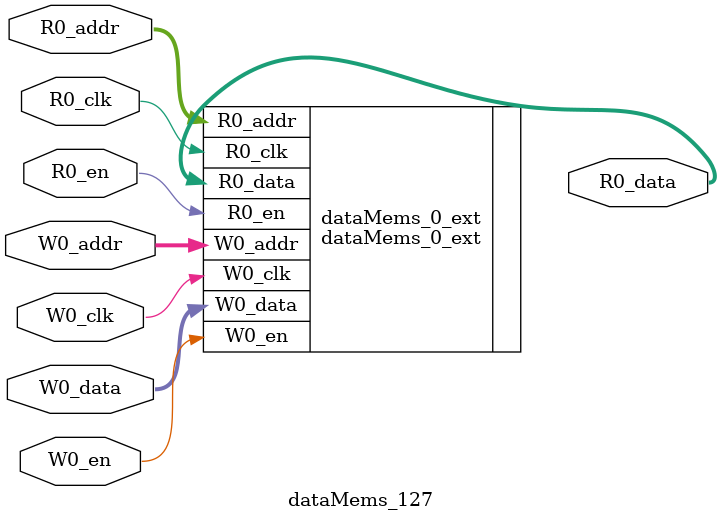
<source format=sv>
`ifndef RANDOMIZE
  `ifdef RANDOMIZE_REG_INIT
    `define RANDOMIZE
  `endif // RANDOMIZE_REG_INIT
`endif // not def RANDOMIZE
`ifndef RANDOMIZE
  `ifdef RANDOMIZE_MEM_INIT
    `define RANDOMIZE
  `endif // RANDOMIZE_MEM_INIT
`endif // not def RANDOMIZE

`ifndef RANDOM
  `define RANDOM $random
`endif // not def RANDOM

// Users can define 'PRINTF_COND' to add an extra gate to prints.
`ifndef PRINTF_COND_
  `ifdef PRINTF_COND
    `define PRINTF_COND_ (`PRINTF_COND)
  `else  // PRINTF_COND
    `define PRINTF_COND_ 1
  `endif // PRINTF_COND
`endif // not def PRINTF_COND_

// Users can define 'ASSERT_VERBOSE_COND' to add an extra gate to assert error printing.
`ifndef ASSERT_VERBOSE_COND_
  `ifdef ASSERT_VERBOSE_COND
    `define ASSERT_VERBOSE_COND_ (`ASSERT_VERBOSE_COND)
  `else  // ASSERT_VERBOSE_COND
    `define ASSERT_VERBOSE_COND_ 1
  `endif // ASSERT_VERBOSE_COND
`endif // not def ASSERT_VERBOSE_COND_

// Users can define 'STOP_COND' to add an extra gate to stop conditions.
`ifndef STOP_COND_
  `ifdef STOP_COND
    `define STOP_COND_ (`STOP_COND)
  `else  // STOP_COND
    `define STOP_COND_ 1
  `endif // STOP_COND
`endif // not def STOP_COND_

// Users can define INIT_RANDOM as general code that gets injected into the
// initializer block for modules with registers.
`ifndef INIT_RANDOM
  `define INIT_RANDOM
`endif // not def INIT_RANDOM

// If using random initialization, you can also define RANDOMIZE_DELAY to
// customize the delay used, otherwise 0.002 is used.
`ifndef RANDOMIZE_DELAY
  `define RANDOMIZE_DELAY 0.002
`endif // not def RANDOMIZE_DELAY

// Define INIT_RANDOM_PROLOG_ for use in our modules below.
`ifndef INIT_RANDOM_PROLOG_
  `ifdef RANDOMIZE
    `ifdef VERILATOR
      `define INIT_RANDOM_PROLOG_ `INIT_RANDOM
    `else  // VERILATOR
      `define INIT_RANDOM_PROLOG_ `INIT_RANDOM #`RANDOMIZE_DELAY begin end
    `endif // VERILATOR
  `else  // RANDOMIZE
    `define INIT_RANDOM_PROLOG_
  `endif // RANDOMIZE
`endif // not def INIT_RANDOM_PROLOG_

// Include register initializers in init blocks unless synthesis is set
`ifndef SYNTHESIS
  `ifndef ENABLE_INITIAL_REG_
    `define ENABLE_INITIAL_REG_
  `endif // not def ENABLE_INITIAL_REG_
`endif // not def SYNTHESIS

// Include rmemory initializers in init blocks unless synthesis is set
`ifndef SYNTHESIS
  `ifndef ENABLE_INITIAL_MEM_
    `define ENABLE_INITIAL_MEM_
  `endif // not def ENABLE_INITIAL_MEM_
`endif // not def SYNTHESIS

module dataMems_127(	// @[generators/ara/src/main/scala/UnsafeAXI4ToTL.scala:365:62]
  input  [4:0]   R0_addr,
  input          R0_en,
  input          R0_clk,
  output [258:0] R0_data,
  input  [4:0]   W0_addr,
  input          W0_en,
  input          W0_clk,
  input  [258:0] W0_data
);

  dataMems_0_ext dataMems_0_ext (	// @[generators/ara/src/main/scala/UnsafeAXI4ToTL.scala:365:62]
    .R0_addr (R0_addr),
    .R0_en   (R0_en),
    .R0_clk  (R0_clk),
    .R0_data (R0_data),
    .W0_addr (W0_addr),
    .W0_en   (W0_en),
    .W0_clk  (W0_clk),
    .W0_data (W0_data)
  );
endmodule


</source>
